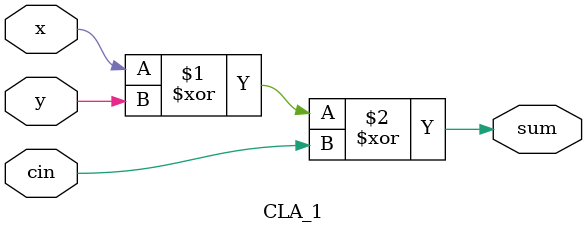
<source format=v>
module CLA_1(x, y, cin, sum);
    input x, y, cin;
    output sum;

    xor sum_results(sum, x, y, cin);

endmodule
</source>
